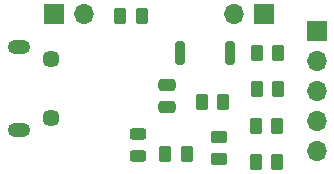
<source format=gbr>
%TF.GenerationSoftware,KiCad,Pcbnew,(6.0.11)*%
%TF.CreationDate,2023-10-05T10:27:59-03:00*%
%TF.ProjectId,gerenciador_de_bateria_2.0,67657265-6e63-4696-9164-6f725f64655f,rev?*%
%TF.SameCoordinates,Original*%
%TF.FileFunction,Soldermask,Bot*%
%TF.FilePolarity,Negative*%
%FSLAX46Y46*%
G04 Gerber Fmt 4.6, Leading zero omitted, Abs format (unit mm)*
G04 Created by KiCad (PCBNEW (6.0.11)) date 2023-10-05 10:27:59*
%MOMM*%
%LPD*%
G01*
G04 APERTURE LIST*
G04 Aperture macros list*
%AMRoundRect*
0 Rectangle with rounded corners*
0 $1 Rounding radius*
0 $2 $3 $4 $5 $6 $7 $8 $9 X,Y pos of 4 corners*
0 Add a 4 corners polygon primitive as box body*
4,1,4,$2,$3,$4,$5,$6,$7,$8,$9,$2,$3,0*
0 Add four circle primitives for the rounded corners*
1,1,$1+$1,$2,$3*
1,1,$1+$1,$4,$5*
1,1,$1+$1,$6,$7*
1,1,$1+$1,$8,$9*
0 Add four rect primitives between the rounded corners*
20,1,$1+$1,$2,$3,$4,$5,0*
20,1,$1+$1,$4,$5,$6,$7,0*
20,1,$1+$1,$6,$7,$8,$9,0*
20,1,$1+$1,$8,$9,$2,$3,0*%
G04 Aperture macros list end*
%ADD10R,1.700000X1.700000*%
%ADD11O,1.700000X1.700000*%
%ADD12C,1.450000*%
%ADD13O,1.900000X1.200000*%
%ADD14RoundRect,0.250000X0.262500X0.450000X-0.262500X0.450000X-0.262500X-0.450000X0.262500X-0.450000X0*%
%ADD15RoundRect,0.250000X-0.262500X-0.450000X0.262500X-0.450000X0.262500X0.450000X-0.262500X0.450000X0*%
%ADD16RoundRect,0.250000X-0.450000X0.262500X-0.450000X-0.262500X0.450000X-0.262500X0.450000X0.262500X0*%
%ADD17RoundRect,0.250000X-0.475000X0.250000X-0.475000X-0.250000X0.475000X-0.250000X0.475000X0.250000X0*%
%ADD18RoundRect,0.200000X0.200000X0.800000X-0.200000X0.800000X-0.200000X-0.800000X0.200000X-0.800000X0*%
%ADD19RoundRect,0.243750X-0.456250X0.243750X-0.456250X-0.243750X0.456250X-0.243750X0.456250X0.243750X0*%
G04 APERTURE END LIST*
D10*
%TO.C,J1*%
X132500000Y-118267400D03*
D11*
X132500000Y-120807400D03*
X132500000Y-123347400D03*
X132500000Y-125887400D03*
X132500000Y-128427400D03*
%TD*%
D12*
%TO.C,USB*%
X110022100Y-120633600D03*
D13*
X107322100Y-126633600D03*
X107322100Y-119633600D03*
D12*
X110022100Y-125633600D03*
%TD*%
D11*
%TO.C,GNDPWR*%
X112820000Y-116870000D03*
D10*
X110280000Y-116870000D03*
%TD*%
D11*
%TO.C,SDA*%
X125520000Y-116880000D03*
D10*
X128060000Y-116880000D03*
%TD*%
D14*
%TO.C,R1*%
X117700000Y-116990000D03*
X115875000Y-116990000D03*
%TD*%
D15*
%TO.C,R7*%
X127427500Y-123210000D03*
X129252500Y-123210000D03*
%TD*%
D14*
%TO.C,R12*%
X129172500Y-126310000D03*
X127347500Y-126310000D03*
%TD*%
D15*
%TO.C,R5*%
X119686700Y-128727200D03*
X121511700Y-128727200D03*
%TD*%
D16*
%TO.C,R4*%
X124256800Y-127255900D03*
X124256800Y-129080900D03*
%TD*%
D15*
%TO.C,R6*%
X122787500Y-124290000D03*
X124612500Y-124290000D03*
%TD*%
D17*
%TO.C,C11*%
X119840000Y-122830000D03*
X119840000Y-124730000D03*
%TD*%
D14*
%TO.C,R8*%
X129252500Y-120140000D03*
X127427500Y-120140000D03*
%TD*%
D18*
%TO.C,SW1*%
X125170000Y-120130000D03*
X120970000Y-120130000D03*
%TD*%
D14*
%TO.C,R11*%
X129170000Y-129340000D03*
X127345000Y-129340000D03*
%TD*%
D19*
%TO.C,D1*%
X117380000Y-127012500D03*
X117380000Y-128887500D03*
%TD*%
M02*

</source>
